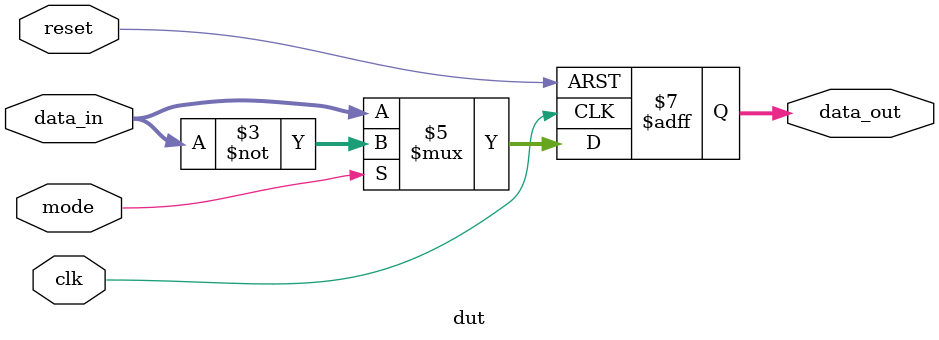
<source format=sv>
module dut (
  input logic clk,
  input logic reset,
  input logic [7:0] data_in,
  output logic [7:0] data_out,
  input logic mode // 0: pass-through, 1: invert data
);

  always_ff @(posedge clk or posedge reset) begin
    if (reset) begin
      data_out <= 8'h00;
    end else begin
      if (mode == 0) begin
        data_out <= data_in;
      end else begin
        data_out <= ~data_in;
      end
    end
  end

endmodule

</source>
